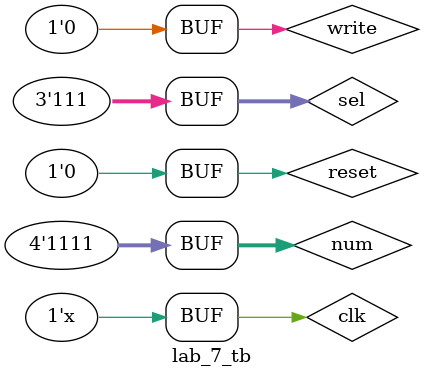
<source format=sv>
`timescale 1ns / 1ps

module lab_7_tb;

    // Testbench Signals
    reg clk;
    reg reset;
    reg write;
    reg [3:0] num;
    reg [2:0] sel;
    wire [7:0] anode;
    wire [6:0] seg;
    wire dp;

    // Instantiate the DUT (Device Under Test)
    lab_7 dut (
        .clk(clk),
        .reset(reset),
        .write(write),
        .num(num),
        .sel(sel),
        .anode(anode),
        .seg(seg),
        .dp(dp)
    );

    // Generate a 100 MHz clock
    always #5 clk = ~clk; // 10ns period -> 100MHz

    initial begin
        $display("Starting testbench...");
        clk = 0;
        reset = 1;
        write = 0;
        num = 4'b0000;
        sel = 3'b000;
        
        #10 reset = 0;
        
    
        
        // 3. Store **any** desired number for selectors 0-7

        #10 write = 1; sel = 3'b000; num = 4'b1101; // Store 'D'
        #10 write = 1; sel = 3'b001; num = 4'b0111; // Store '7'
        #10 write = 1; sel = 3'b010; num = 4'b1001; // Store '9'
        #10 write = 1; sel = 3'b011; num = 4'b1010; // Store 'A'
        #10 write = 1; sel = 3'b100; num = 4'b0011; // Store '3'
        #10 write = 1; sel = 3'b101; num = 4'b0001; // Store '1'
        #10 write = 1; sel = 3'b110; num = 4'b0100; // Store '4'
        #10 write = 1; sel = 3'b111; num = 4'b1111; // Store 'F'
        
        #10 write = 0; // Hold write low and check stored values
        
        // Wait for multiplexing to cycle through displays
        #100;

        // End the simulation
        $display("Testbench completed.");
 
    end
endmodule

</source>
